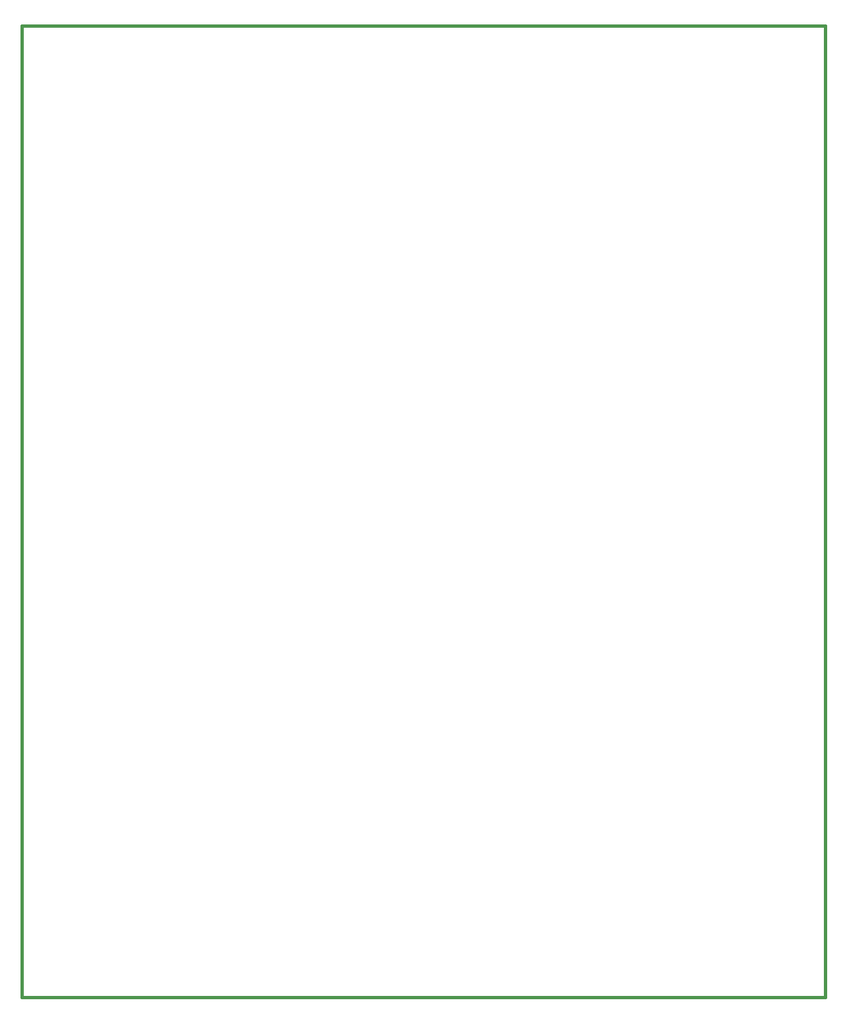
<source format=gbr>
G04 (created by PCBNEW (2013-05-18 BZR 4017)-stable) date Thu 23 Jul 2015 15:26:22 BST*
%MOIN*%
G04 Gerber Fmt 3.4, Leading zero omitted, Abs format*
%FSLAX34Y34*%
G01*
G70*
G90*
G04 APERTURE LIST*
%ADD10C,0.00590551*%
%ADD11C,0.015*%
G04 APERTURE END LIST*
G54D10*
G54D11*
X0Y49038D02*
X0Y48238D01*
X40550Y49038D02*
X0Y49038D01*
X40550Y48288D02*
X40550Y49038D01*
X40549Y0D02*
X-2Y0D01*
X40549Y48425D02*
X40549Y0D01*
X-2Y0D02*
X-2Y48425D01*
M02*

</source>
